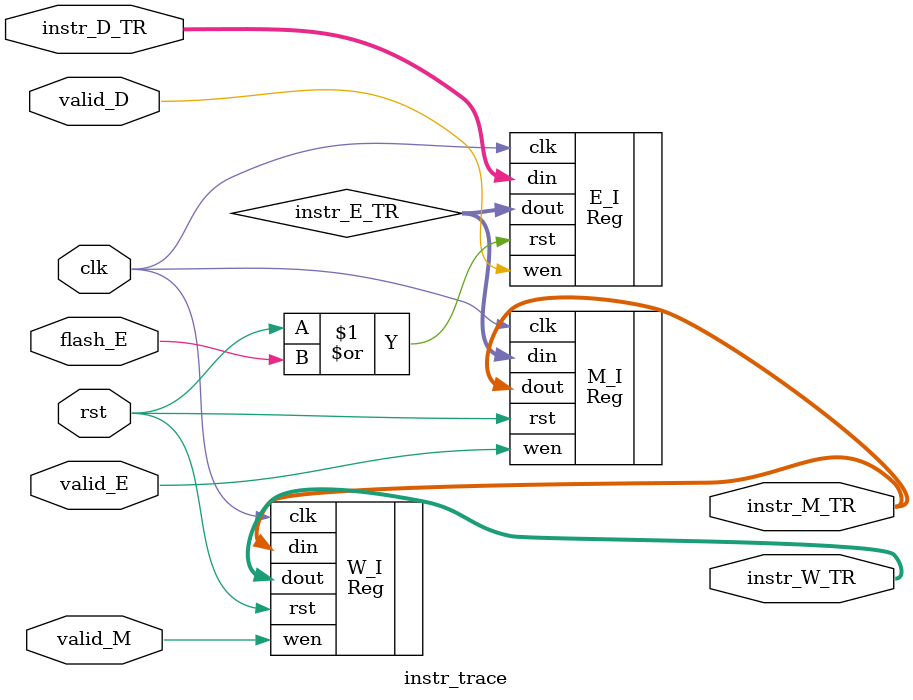
<source format=v>
module instr_trace(
    input clk,
    input rst,
    input [31:0] instr_D_TR,
    input valid_D,
    input valid_E,
    input valid_M,
    input flash_E,

    output [31:0] instr_W_TR,
    output [31:0] instr_M_TR
);
    wire [31:0] instr_E_TR;
    //wire [31:0] instr_M_TR;

    Reg #(32,0)E_I  (
        .clk(clk),
        .rst(rst|flash_E),
        .din(instr_D_TR),
        .dout(instr_E_TR),
        .wen(valid_D)
    );
    Reg#(32,0) M_I  (
        .clk(clk),
        .rst(rst),
        .din(instr_E_TR),
        .dout(instr_M_TR),
        .wen(valid_E)
    );
    Reg #(32,0)W_I  (
        .clk(clk),
        .rst(rst),
        .din(instr_M_TR),
        .dout(instr_W_TR),
        .wen(valid_M)
    );
endmodule

</source>
